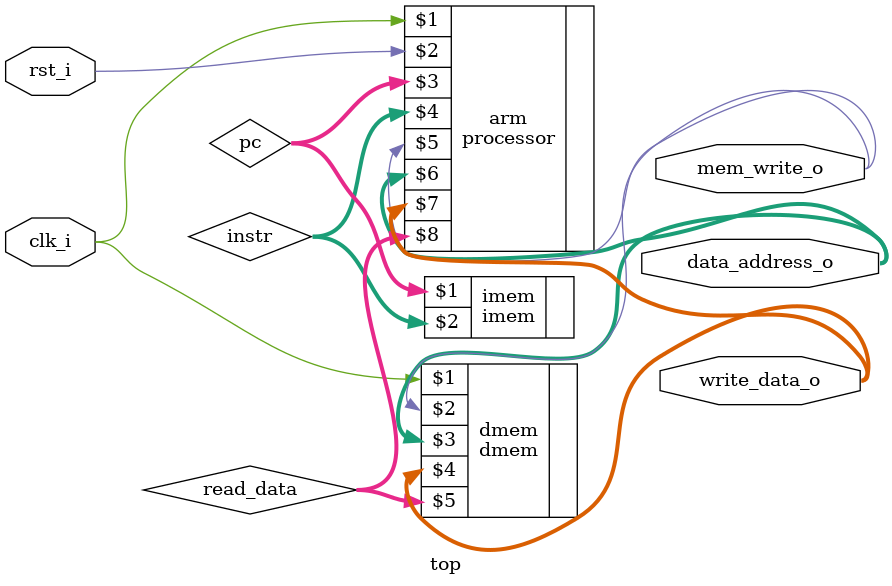
<source format=sv>
/* 
 * @file  top.sv
 * @autor Victor Montero
 * @date  14/10/2018
 *
 * Based on code found in Harris, D., & Harris, S. Digital design and computer architecture. Elsevier. 2012.
 */
 
 module top 
 (
     input logic clk_i, rst_i,
    output logic [31:0] write_data_o, data_address_o,
    output logic mem_write_o
);
    logic [31:0] pc,instr, read_data;
    processor arm(clk_i, rst_i, pc, instr, mem_write_o,
                  data_address_o, write_data_o, read_data) ;
    
    imem imem(pc, instr);
    dmem dmem(clk_i, mem_write_o, data_address_o, write_data_o, read_data);
endmodule

</source>
